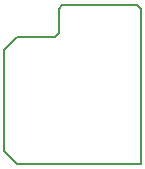
<source format=gbr>
G04 DipTrace 3.3.1.1*
G04 BoardOutline.gbr*
%MOIN*%
G04 #@! TF.FileFunction,Profile*
G04 #@! TF.Part,Single*
%ADD11C,0.005512*%
%FSLAX26Y26*%
G04*
G70*
G90*
G75*
G01*
G04 BoardOutline*
%LPD*%
X393700Y437449D2*
D11*
X437451Y393700D1*
X849951D1*
Y912451D1*
X837451Y924951D1*
X587451D1*
X574951Y912451D1*
Y831200D1*
X562451Y818700D1*
X437451D1*
X393700Y774951D1*
Y437449D1*
M02*

</source>
